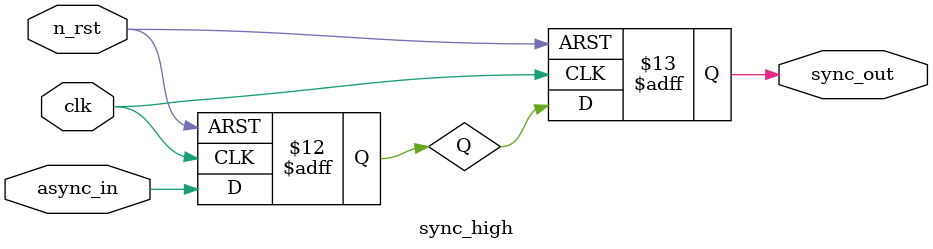
<source format=sv>

module sync_high(
		 input wire clk,
		 input wire n_rst,
		 input wire async_in,
		 output reg sync_out
		 );
   reg 			    Q;//flip flop signal name

   always_ff @ (posedge clk, negedge n_rst)
     begin
	if(1'b0 == n_rst)
	  begin
	     Q <= 1;
	     sync_out <= 1;
	  end
	else if(async_in == 0 | async_in == 1)
	  begin
	     Q <= async_in;
	     sync_out <= Q;
	     end
	else
	  begin
	     Q <= 0;
	     sync_out <= 0;
	     
			 end
     end // always_ff @
   endmodule

</source>
